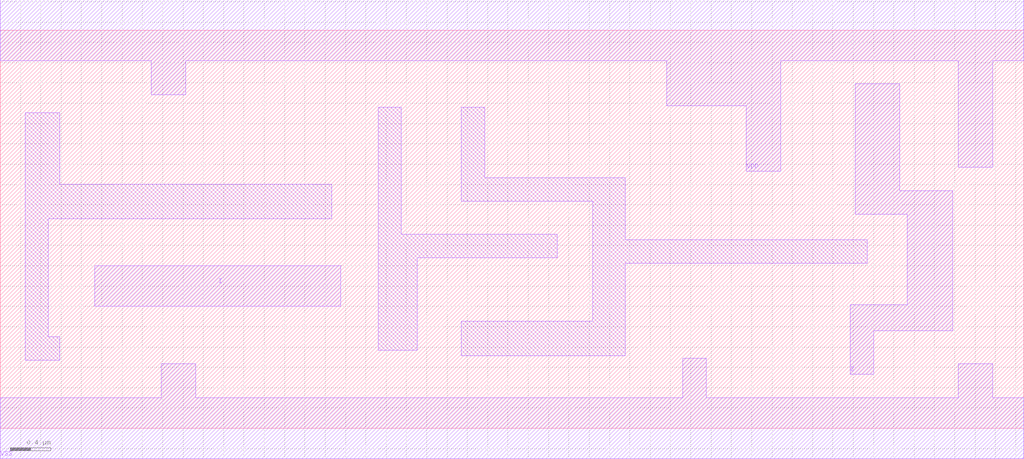
<source format=lef>
# Copyright 2022 GlobalFoundries PDK Authors
#
# Licensed under the Apache License, Version 2.0 (the "License");
# you may not use this file except in compliance with the License.
# You may obtain a copy of the License at
#
#      http://www.apache.org/licenses/LICENSE-2.0
#
# Unless required by applicable law or agreed to in writing, software
# distributed under the License is distributed on an "AS IS" BASIS,
# WITHOUT WARRANTIES OR CONDITIONS OF ANY KIND, either express or implied.
# See the License for the specific language governing permissions and
# limitations under the License.

MACRO gf180mcu_fd_sc_mcu7t5v0__dlyb_2
  CLASS core ;
  FOREIGN gf180mcu_fd_sc_mcu7t5v0__dlyb_2 0.0 0.0 ;
  ORIGIN 0 0 ;
  SYMMETRY X Y ;
  SITE GF018hv5v_mcu_sc7 ;
  SIZE 10.08 BY 3.92 ;
  PIN I
    DIRECTION INPUT ;
    ANTENNAGATEAREA 0.396 ;
    PORT
      LAYER Metal1 ;
        POLYGON 0.93 1.2 3.355 1.2 3.355 1.6 0.93 1.6  ;
    END
  END I
  PIN Z
    DIRECTION OUTPUT ;
    ANTENNADIFFAREA 1.0608 ;
    PORT
      LAYER Metal1 ;
        POLYGON 8.42 2.105 8.54 2.105 8.93 2.105 8.93 1.215 8.37 1.215 8.37 0.53 8.6 0.53 8.6 0.96 9.38 0.96 9.38 2.34 8.86 2.34 8.86 3.39 8.54 3.39 8.42 3.39  ;
    END
  END Z
  PIN VDD
    DIRECTION INOUT ;
    USE power ;
    SHAPE ABUTMENT ;
    PORT
      LAYER Metal1 ;
        POLYGON 0 3.62 1.485 3.62 1.485 3.285 1.825 3.285 1.825 3.62 3.265 3.62 6.565 3.62 6.565 3.175 7.345 3.175 7.345 2.53 7.685 2.53 7.685 3.62 8.54 3.62 9.435 3.62 9.435 2.57 9.775 2.57 9.775 3.62 10.08 3.62 10.08 4.22 8.54 4.22 3.265 4.22 0 4.22  ;
    END
  END VDD
  PIN VSS
    DIRECTION INOUT ;
    USE ground ;
    SHAPE ABUTMENT ;
    PORT
      LAYER Metal1 ;
        POLYGON 0 -0.3 10.08 -0.3 10.08 0.3 9.775 0.3 9.775 0.635 9.435 0.635 9.435 0.3 6.95 0.3 6.95 0.69 6.72 0.69 6.72 0.3 1.925 0.3 1.925 0.635 1.585 0.635 1.585 0.3 0 0.3  ;
    END
  END VSS
  OBS
      LAYER Metal1 ;
        POLYGON 0.475 2.065 3.265 2.065 3.265 2.405 0.585 2.405 0.585 3.105 0.245 3.105 0.245 0.67 0.585 0.67 0.585 0.9 0.475 0.9  ;
        POLYGON 3.72 0.77 4.105 0.77 4.105 1.68 5.485 1.68 5.485 1.91 3.95 1.91 3.95 3.16 3.72 3.16  ;
        POLYGON 4.54 2.235 5.835 2.235 5.835 1.055 4.54 1.055 4.54 0.715 6.155 0.715 6.155 1.625 8.54 1.625 8.54 1.855 6.155 1.855 6.155 2.465 4.77 2.465 4.77 3.16 4.54 3.16  ;
  END
END gf180mcu_fd_sc_mcu7t5v0__dlyb_2

</source>
